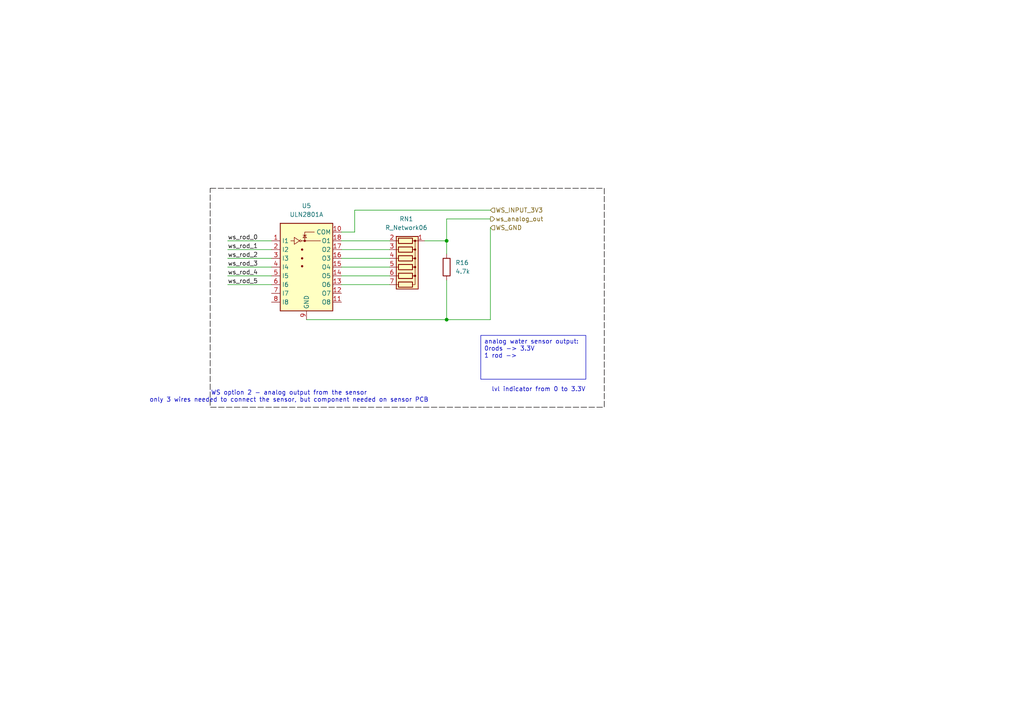
<source format=kicad_sch>
(kicad_sch (version 20231120) (generator "eeschema") (generator_version "8.0")
  (paper "A4")
  (lib_symbols
    (symbol "Device:R" (pin_numbers hide) (pin_names (offset 0))
      (property "Reference" "R" (at 2.032 0 90))
      (property "Value" "R" (at 0 0 90))
      (symbol "R_0_1"
        (rectangle (start -1.016 -2.54) (end 1.016 2.54) (stroke (width 0.254)))
      )
      (symbol "R_1_1"
        (pin passive line (at 0 3.81 270) (length 1.27) (name "~") (number "1"))
        (pin passive line (at 0 -3.81 90) (length 1.27) (name "~") (number "2"))
      )
    )
    (symbol "Device:R_Network06" (pin_names (offset 0) hide)
      (property "Reference" "RN" (at -10.16 0 90))
      (property "Value" "R_Network06" (at 7.62 0 90))
      (symbol "R_Network06_0_1"
        (rectangle (start -8.89 -3.175) (end 6.35 3.175) (stroke (width 0.254)) (fill (type background)))
        (rectangle (start -8.382 1.524) (end -6.858 -2.54) (stroke (width 0.254)))
        (circle (center -7.62 2.286) (radius 0.254) (fill (type outline)))
        (rectangle (start -5.842 1.524) (end -4.318 -2.54) (stroke (width 0.254)))
        (circle (center -5.08 2.286) (radius 0.254) (fill (type outline)))
        (rectangle (start -3.302 1.524) (end -1.778 -2.54) (stroke (width 0.254)))
        (circle (center -2.54 2.286) (radius 0.254) (fill (type outline)))
        (rectangle (start -0.762 1.524) (end 0.762 -2.54) (stroke (width 0.254)))
        (polyline (pts (xy -7.62 -2.54) (xy -7.62 -3.81)))
        (polyline (pts (xy -5.08 -2.54) (xy -5.08 -3.81)))
        (polyline (pts (xy -2.54 -2.54) (xy -2.54 -3.81)))
        (polyline (pts (xy 0 -2.54) (xy 0 -3.81)))
        (polyline (pts (xy 2.54 -2.54) (xy 2.54 -3.81)))
        (polyline (pts (xy 5.08 -2.54) (xy 5.08 -3.81)))
        (polyline (pts (xy -7.62 1.524) (xy -7.62 2.286) (xy -5.08 2.286) (xy -5.08 1.524)))
        (polyline (pts (xy -5.08 1.524) (xy -5.08 2.286) (xy -2.54 2.286) (xy -2.54 1.524)))
        (polyline (pts (xy -2.54 1.524) (xy -2.54 2.286) (xy 0 2.286) (xy 0 1.524)))
        (polyline (pts (xy 0 1.524) (xy 0 2.286) (xy 2.54 2.286) (xy 2.54 1.524)))
        (polyline (pts (xy 2.54 1.524) (xy 2.54 2.286) (xy 5.08 2.286) (xy 5.08 1.524)))
        (circle (center 0 2.286) (radius 0.254) (fill (type outline)))
        (rectangle (start 1.778 1.524) (end 3.302 -2.54) (stroke (width 0.254)))
        (circle (center 2.54 2.286) (radius 0.254) (fill (type outline)))
        (rectangle (start 4.318 1.524) (end 5.842 -2.54) (stroke (width 0.254)))
      )
      (symbol "R_Network06_1_1"
        (pin passive line (at -7.62 5.08 270) (length 2.54) (name "common") (number "1"))
        (pin passive line (at -7.62 -5.08 90) (length 1.27) (name "R1") (number "2"))
        (pin passive line (at -5.08 -5.08 90) (length 1.27) (name "R2") (number "3"))
        (pin passive line (at -2.54 -5.08 90) (length 1.27) (name "R3") (number "4"))
        (pin passive line (at 0 -5.08 90) (length 1.27) (name "R4") (number "5"))
        (pin passive line (at 2.54 -5.08 90) (length 1.27) (name "R5") (number "6"))
        (pin passive line (at 5.08 -5.08 90) (length 1.27) (name "R6") (number "7"))
      )
    )
    (symbol "Transistor_Array:ULN2801A"
      (property "Reference" "U" (at 0 13.335 0))
      (property "Value" "ULN2801A" (at 0 11.43 0))
      (symbol "ULN2801A_0_1"
        (rectangle (start -7.62 -15.24) (end 7.62 10.16) (stroke (width 0.254)) (fill (type background)))
        (circle (center -1.778 5.08) (radius 0.254))
        (circle (center -1.27 -2.286) (radius 0.254) (fill (type outline)))
        (circle (center -1.27 0) (radius 0.254) (fill (type outline)))
        (circle (center -1.27 2.54) (radius 0.254) (fill (type outline)))
        (circle (center -0.508 5.08) (radius 0.254) (fill (type outline)))
        (polyline (pts (xy -4.572 5.08) (xy -3.556 5.08)))
        (polyline (pts (xy -1.524 5.08) (xy 4.064 5.08)))
        (polyline (pts (xy 0 6.731) (xy -1.016 6.731)))
        (polyline (pts (xy -0.508 5.08) (xy -0.508 7.62) (xy 2.286 7.62)))
        (polyline (pts (xy -3.556 6.096) (xy -3.556 4.064) (xy -2.032 5.08) (xy -3.556 6.096)))
        (polyline (pts (xy 0 5.969) (xy -1.016 5.969) (xy -0.508 6.731) (xy 0 5.969)))
      )
      (symbol "ULN2801A_1_1"
        (pin input line (at -10.16 5.08 0) (length 2.54) (name "I1") (number "1"))
        (pin passive line (at 10.16 7.62 180) (length 2.54) (name "COM") (number "10"))
        (pin open_collector line (at 10.16 -12.7 180) (length 2.54) (name "O8") (number "11"))
        (pin open_collector line (at 10.16 -10.16 180) (length 2.54) (name "O7") (number "12"))
        (pin open_collector line (at 10.16 -7.62 180) (length 2.54) (name "O6") (number "13"))
        (pin open_collector line (at 10.16 -5.08 180) (length 2.54) (name "O5") (number "14"))
        (pin open_collector line (at 10.16 -2.54 180) (length 2.54) (name "O4") (number "15"))
        (pin open_collector line (at 10.16 0 180) (length 2.54) (name "O3") (number "16"))
        (pin open_collector line (at 10.16 2.54 180) (length 2.54) (name "O2") (number "17"))
        (pin open_collector line (at 10.16 5.08 180) (length 2.54) (name "O1") (number "18"))
        (pin input line (at -10.16 2.54 0) (length 2.54) (name "I2") (number "2"))
        (pin input line (at -10.16 0 0) (length 2.54) (name "I3") (number "3"))
        (pin input line (at -10.16 -2.54 0) (length 2.54) (name "I4") (number "4"))
        (pin input line (at -10.16 -5.08 0) (length 2.54) (name "I5") (number "5"))
        (pin input line (at -10.16 -7.62 0) (length 2.54) (name "I6") (number "6"))
        (pin input line (at -10.16 -10.16 0) (length 2.54) (name "I7") (number "7"))
        (pin input line (at -10.16 -12.7 0) (length 2.54) (name "I8") (number "8"))
        (pin power_in line (at 0 -17.78 90) (length 2.54) (name "GND") (number "9"))
      )
    )
  )
  (junction (at 129.54 69.85))
  (junction (at 129.54 92.71))
  (wire (pts (xy 99.06 74.93) (xy 113.03 74.93)))
  (wire (pts (xy 99.06 82.55) (xy 113.03 82.55)))
  (wire (pts (xy 66.04 74.93) (xy 78.74 74.93)))
  (wire (pts (xy 66.04 72.39) (xy 78.74 72.39)))
  (wire (pts (xy 99.06 80.01) (xy 113.03 80.01)))
  (wire (pts (xy 66.04 69.85) (xy 78.74 69.85)))
  (wire (pts (xy 142.24 66.04) (xy 142.24 92.71)))
  (wire (pts (xy 99.06 77.47) (xy 113.03 77.47)))
  (wire (pts (xy 99.06 72.39) (xy 113.03 72.39)))
  (wire (pts (xy 66.04 80.01) (xy 78.74 80.01)))
  (wire (pts (xy 66.04 77.47) (xy 78.74 77.47)))
  (wire (pts (xy 129.54 69.85) (xy 129.54 73.66)))
  (wire (pts (xy 142.24 92.71) (xy 129.54 92.71)))
  (wire (pts (xy 129.54 63.5) (xy 129.54 69.85)))
  (wire (pts (xy 66.04 82.55) (xy 78.74 82.55)))
  (wire (pts (xy 123.19 69.85) (xy 129.54 69.85)))
  (wire (pts (xy 142.24 60.96) (xy 102.87 60.96)))
  (wire (pts (xy 129.54 63.5) (xy 142.24 63.5)))
  (wire (pts (xy 102.87 60.96) (xy 102.87 67.31)))
  (wire (pts (xy 99.06 69.85) (xy 113.03 69.85)))
  (wire (pts (xy 88.9 92.71) (xy 129.54 92.71)))
  (wire (pts (xy 129.54 81.28) (xy 129.54 92.71)))
  (wire (pts (xy 99.06 67.31) (xy 102.87 67.31)))
  (rectangle (start 60.96 54.61) (end 175.26 118.11) (stroke (width 0) (type dash) (color 4 0 0 1)))
  (text_box "analog water sensor output:\n0rods -> 3.3V\n1 rod -> \n" (at 139.446 97.282 0) (size 30.48 12.7) (effects (font (size 1.27 1.27)) (justify left top)))
  (text "lvl indicator from 0 to 3.3V" (at 156.21 113.03 0) (effects (font (size 1.27 1.27))))
  (text "WS option 2 - analog output from the sensor\nonly 3 wires needed to connect the sensor, but component needed on sensor PCB" (at 83.82 115.062 0) (effects (font (size 1.27 1.27))))
  (label "ws_rod_3" (at 66.04 77.47 0))
  (label "ws_rod_2" (at 66.04 74.93 0))
  (label "ws_rod_5" (at 66.04 82.55 0))
  (label "ws_rod_4" (at 66.04 80.01 0))
  (label "ws_rod_0" (at 66.04 69.85 0))
  (label "ws_rod_1" (at 66.04 72.39 0))
  (hierarchical_label "ws_analog_out" (shape output) (at 142.24 63.5 0))
  (hierarchical_label "WS_INPUT_3V3" (shape input) (at 142.24 60.96 0))
  (hierarchical_label "WS_GND" (shape input) (at 142.24 66.04 0))
  (symbol (lib_id "Transistor_Array:ULN2801A") (at 88.9 74.93 0) (unit 1)
    (property "Reference" "U5" (at 88.9 59.69 0))
    (property "Value" "ULN2801A" (at 88.9 62.23 0))
    (property "Datasheet" "http://www.promelec.ru/pdf/1536.pdf" (effects (hide yes)))
    (property "Description" "Darlington Transistor Arrays, SOIC18/DIP18" (effects (hide yes)))
  )
  (symbol (lib_id "Device:R") (at 129.54 77.47 0) (unit 1)
    (property "Reference" "R16" (at 132.08 76.1999 0) (effects (justify left)))
    (property "Value" "4.7k" (at 132.08 78.7399 0) (effects (justify left)))
    (property "Description" "Resistor" (effects (hide yes)))
  )
  (symbol (lib_id "Device:R_Network06") (at 118.11 77.47 270) (unit 1)
    (property "Reference" "RN1" (at 117.856 63.5 90))
    (property "Value" "R_Network06" (at 117.856 66.04 90))
    (property "Footprint" "Resistor_THT:R_Array_SIP7" (effects (hide yes)))
    (property "Datasheet" "http://www.vishay.com/docs/31509/csc.pdf" (effects (hide yes)))
    (property "Description" "6 resistor network, star topology, bussed resistors, small symbol" (effects (hide yes)))
  )
)
</source>
